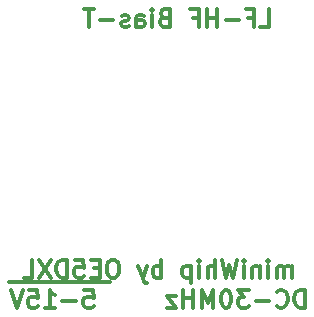
<source format=gbr>
%TF.GenerationSoftware,KiCad,Pcbnew,5.1.7-a382d34a88~89~ubuntu20.04.1*%
%TF.CreationDate,2021-11-17T19:13:42+01:00*%
%TF.ProjectId,miniWhip,6d696e69-5768-4697-902e-6b696361645f,rev?*%
%TF.SameCoordinates,Original*%
%TF.FileFunction,Legend,Bot*%
%TF.FilePolarity,Positive*%
%FSLAX46Y46*%
G04 Gerber Fmt 4.6, Leading zero omitted, Abs format (unit mm)*
G04 Created by KiCad (PCBNEW 5.1.7-a382d34a88~89~ubuntu20.04.1) date 2021-11-17 19:13:42*
%MOMM*%
%LPD*%
G01*
G04 APERTURE LIST*
%ADD10C,0.300000*%
G04 APERTURE END LIST*
D10*
X54942428Y-48002571D02*
X55656714Y-48002571D01*
X55656714Y-46502571D01*
X53942428Y-47216857D02*
X54442428Y-47216857D01*
X54442428Y-48002571D02*
X54442428Y-46502571D01*
X53728142Y-46502571D01*
X53156714Y-47431142D02*
X52013857Y-47431142D01*
X51299571Y-48002571D02*
X51299571Y-46502571D01*
X51299571Y-47216857D02*
X50442428Y-47216857D01*
X50442428Y-48002571D02*
X50442428Y-46502571D01*
X49228142Y-47216857D02*
X49728142Y-47216857D01*
X49728142Y-48002571D02*
X49728142Y-46502571D01*
X49013857Y-46502571D01*
X46799571Y-47216857D02*
X46585285Y-47288285D01*
X46513857Y-47359714D01*
X46442428Y-47502571D01*
X46442428Y-47716857D01*
X46513857Y-47859714D01*
X46585285Y-47931142D01*
X46728142Y-48002571D01*
X47299571Y-48002571D01*
X47299571Y-46502571D01*
X46799571Y-46502571D01*
X46656714Y-46574000D01*
X46585285Y-46645428D01*
X46513857Y-46788285D01*
X46513857Y-46931142D01*
X46585285Y-47074000D01*
X46656714Y-47145428D01*
X46799571Y-47216857D01*
X47299571Y-47216857D01*
X45799571Y-48002571D02*
X45799571Y-47002571D01*
X45799571Y-46502571D02*
X45871000Y-46574000D01*
X45799571Y-46645428D01*
X45728142Y-46574000D01*
X45799571Y-46502571D01*
X45799571Y-46645428D01*
X44442428Y-48002571D02*
X44442428Y-47216857D01*
X44513857Y-47074000D01*
X44656714Y-47002571D01*
X44942428Y-47002571D01*
X45085285Y-47074000D01*
X44442428Y-47931142D02*
X44585285Y-48002571D01*
X44942428Y-48002571D01*
X45085285Y-47931142D01*
X45156714Y-47788285D01*
X45156714Y-47645428D01*
X45085285Y-47502571D01*
X44942428Y-47431142D01*
X44585285Y-47431142D01*
X44442428Y-47359714D01*
X43799571Y-47931142D02*
X43656714Y-48002571D01*
X43371000Y-48002571D01*
X43228142Y-47931142D01*
X43156714Y-47788285D01*
X43156714Y-47716857D01*
X43228142Y-47574000D01*
X43371000Y-47502571D01*
X43585285Y-47502571D01*
X43728142Y-47431142D01*
X43799571Y-47288285D01*
X43799571Y-47216857D01*
X43728142Y-47074000D01*
X43585285Y-47002571D01*
X43371000Y-47002571D01*
X43228142Y-47074000D01*
X42513857Y-47431142D02*
X41371000Y-47431142D01*
X40871000Y-46502571D02*
X40013857Y-46502571D01*
X40442428Y-48002571D02*
X40442428Y-46502571D01*
X57621000Y-69227571D02*
X57621000Y-68227571D01*
X57621000Y-68370428D02*
X57549571Y-68299000D01*
X57406714Y-68227571D01*
X57192428Y-68227571D01*
X57049571Y-68299000D01*
X56978142Y-68441857D01*
X56978142Y-69227571D01*
X56978142Y-68441857D02*
X56906714Y-68299000D01*
X56763857Y-68227571D01*
X56549571Y-68227571D01*
X56406714Y-68299000D01*
X56335285Y-68441857D01*
X56335285Y-69227571D01*
X55621000Y-69227571D02*
X55621000Y-68227571D01*
X55621000Y-67727571D02*
X55692428Y-67799000D01*
X55621000Y-67870428D01*
X55549571Y-67799000D01*
X55621000Y-67727571D01*
X55621000Y-67870428D01*
X54906714Y-68227571D02*
X54906714Y-69227571D01*
X54906714Y-68370428D02*
X54835285Y-68299000D01*
X54692428Y-68227571D01*
X54478142Y-68227571D01*
X54335285Y-68299000D01*
X54263857Y-68441857D01*
X54263857Y-69227571D01*
X53549571Y-69227571D02*
X53549571Y-68227571D01*
X53549571Y-67727571D02*
X53621000Y-67799000D01*
X53549571Y-67870428D01*
X53478142Y-67799000D01*
X53549571Y-67727571D01*
X53549571Y-67870428D01*
X52978142Y-67727571D02*
X52621000Y-69227571D01*
X52335285Y-68156142D01*
X52049571Y-69227571D01*
X51692428Y-67727571D01*
X51121000Y-69227571D02*
X51121000Y-67727571D01*
X50478142Y-69227571D02*
X50478142Y-68441857D01*
X50549571Y-68299000D01*
X50692428Y-68227571D01*
X50906714Y-68227571D01*
X51049571Y-68299000D01*
X51121000Y-68370428D01*
X49763857Y-69227571D02*
X49763857Y-68227571D01*
X49763857Y-67727571D02*
X49835285Y-67799000D01*
X49763857Y-67870428D01*
X49692428Y-67799000D01*
X49763857Y-67727571D01*
X49763857Y-67870428D01*
X49049571Y-68227571D02*
X49049571Y-69727571D01*
X49049571Y-68299000D02*
X48906714Y-68227571D01*
X48621000Y-68227571D01*
X48478142Y-68299000D01*
X48406714Y-68370428D01*
X48335285Y-68513285D01*
X48335285Y-68941857D01*
X48406714Y-69084714D01*
X48478142Y-69156142D01*
X48621000Y-69227571D01*
X48906714Y-69227571D01*
X49049571Y-69156142D01*
X46549571Y-69227571D02*
X46549571Y-67727571D01*
X46549571Y-68299000D02*
X46406714Y-68227571D01*
X46121000Y-68227571D01*
X45978142Y-68299000D01*
X45906714Y-68370428D01*
X45835285Y-68513285D01*
X45835285Y-68941857D01*
X45906714Y-69084714D01*
X45978142Y-69156142D01*
X46121000Y-69227571D01*
X46406714Y-69227571D01*
X46549571Y-69156142D01*
X45335285Y-68227571D02*
X44978142Y-69227571D01*
X44621000Y-68227571D02*
X44978142Y-69227571D01*
X45121000Y-69584714D01*
X45192428Y-69656142D01*
X45335285Y-69727571D01*
X42621000Y-67727571D02*
X42335285Y-67727571D01*
X42192428Y-67799000D01*
X42049571Y-67941857D01*
X41978142Y-68227571D01*
X41978142Y-68727571D01*
X42049571Y-69013285D01*
X42192428Y-69156142D01*
X42335285Y-69227571D01*
X42621000Y-69227571D01*
X42763857Y-69156142D01*
X42906714Y-69013285D01*
X42978142Y-68727571D01*
X42978142Y-68227571D01*
X42906714Y-67941857D01*
X42763857Y-67799000D01*
X42621000Y-67727571D01*
X41335285Y-68441857D02*
X40835285Y-68441857D01*
X40621000Y-69227571D02*
X41335285Y-69227571D01*
X41335285Y-67727571D01*
X40621000Y-67727571D01*
X39263857Y-67727571D02*
X39978142Y-67727571D01*
X40049571Y-68441857D01*
X39978142Y-68370428D01*
X39835285Y-68299000D01*
X39478142Y-68299000D01*
X39335285Y-68370428D01*
X39263857Y-68441857D01*
X39192428Y-68584714D01*
X39192428Y-68941857D01*
X39263857Y-69084714D01*
X39335285Y-69156142D01*
X39478142Y-69227571D01*
X39835285Y-69227571D01*
X39978142Y-69156142D01*
X40049571Y-69084714D01*
X38549571Y-69227571D02*
X38549571Y-67727571D01*
X38192428Y-67727571D01*
X37978142Y-67799000D01*
X37835285Y-67941857D01*
X37763857Y-68084714D01*
X37692428Y-68370428D01*
X37692428Y-68584714D01*
X37763857Y-68870428D01*
X37835285Y-69013285D01*
X37978142Y-69156142D01*
X38192428Y-69227571D01*
X38549571Y-69227571D01*
X37192428Y-67727571D02*
X36192428Y-69227571D01*
X36192428Y-67727571D02*
X37192428Y-69227571D01*
X34906714Y-69227571D02*
X35621000Y-69227571D01*
X35621000Y-67727571D01*
X58692428Y-71777571D02*
X58692428Y-70277571D01*
X58335285Y-70277571D01*
X58121000Y-70349000D01*
X57978142Y-70491857D01*
X57906714Y-70634714D01*
X57835285Y-70920428D01*
X57835285Y-71134714D01*
X57906714Y-71420428D01*
X57978142Y-71563285D01*
X58121000Y-71706142D01*
X58335285Y-71777571D01*
X58692428Y-71777571D01*
X56335285Y-71634714D02*
X56406714Y-71706142D01*
X56621000Y-71777571D01*
X56763857Y-71777571D01*
X56978142Y-71706142D01*
X57121000Y-71563285D01*
X57192428Y-71420428D01*
X57263857Y-71134714D01*
X57263857Y-70920428D01*
X57192428Y-70634714D01*
X57121000Y-70491857D01*
X56978142Y-70349000D01*
X56763857Y-70277571D01*
X56621000Y-70277571D01*
X56406714Y-70349000D01*
X56335285Y-70420428D01*
X55692428Y-71206142D02*
X54549571Y-71206142D01*
X53978142Y-70277571D02*
X53049571Y-70277571D01*
X53549571Y-70849000D01*
X53335285Y-70849000D01*
X53192428Y-70920428D01*
X53121000Y-70991857D01*
X53049571Y-71134714D01*
X53049571Y-71491857D01*
X53121000Y-71634714D01*
X53192428Y-71706142D01*
X53335285Y-71777571D01*
X53763857Y-71777571D01*
X53906714Y-71706142D01*
X53978142Y-71634714D01*
X52121000Y-70277571D02*
X51978142Y-70277571D01*
X51835285Y-70349000D01*
X51763857Y-70420428D01*
X51692428Y-70563285D01*
X51621000Y-70849000D01*
X51621000Y-71206142D01*
X51692428Y-71491857D01*
X51763857Y-71634714D01*
X51835285Y-71706142D01*
X51978142Y-71777571D01*
X52121000Y-71777571D01*
X52263857Y-71706142D01*
X52335285Y-71634714D01*
X52406714Y-71491857D01*
X52478142Y-71206142D01*
X52478142Y-70849000D01*
X52406714Y-70563285D01*
X52335285Y-70420428D01*
X52263857Y-70349000D01*
X52121000Y-70277571D01*
X50978142Y-71777571D02*
X50978142Y-70277571D01*
X50478142Y-71349000D01*
X49978142Y-70277571D01*
X49978142Y-71777571D01*
X49263857Y-71777571D02*
X49263857Y-70277571D01*
X49263857Y-70991857D02*
X48406714Y-70991857D01*
X48406714Y-71777571D02*
X48406714Y-70277571D01*
X47835285Y-70777571D02*
X47049571Y-70777571D01*
X47835285Y-71777571D01*
X47049571Y-71777571D01*
X42263857Y-69629000D02*
X41121000Y-69629000D01*
X41121000Y-69629000D02*
X39692428Y-69629000D01*
X40049571Y-70277571D02*
X40763857Y-70277571D01*
X40835285Y-70991857D01*
X40763857Y-70920428D01*
X40621000Y-70849000D01*
X40263857Y-70849000D01*
X40121000Y-70920428D01*
X40049571Y-70991857D01*
X39978142Y-71134714D01*
X39978142Y-71491857D01*
X40049571Y-71634714D01*
X40121000Y-71706142D01*
X40263857Y-71777571D01*
X40621000Y-71777571D01*
X40763857Y-71706142D01*
X40835285Y-71634714D01*
X39692428Y-69629000D02*
X37835285Y-69629000D01*
X39335285Y-71206142D02*
X38192428Y-71206142D01*
X37835285Y-69629000D02*
X36406714Y-69629000D01*
X36692428Y-71777571D02*
X37549571Y-71777571D01*
X37121000Y-71777571D02*
X37121000Y-70277571D01*
X37263857Y-70491857D01*
X37406714Y-70634714D01*
X37549571Y-70706142D01*
X36406714Y-69629000D02*
X34978142Y-69629000D01*
X35335285Y-70277571D02*
X36049571Y-70277571D01*
X36121000Y-70991857D01*
X36049571Y-70920428D01*
X35906714Y-70849000D01*
X35549571Y-70849000D01*
X35406714Y-70920428D01*
X35335285Y-70991857D01*
X35263857Y-71134714D01*
X35263857Y-71491857D01*
X35335285Y-71634714D01*
X35406714Y-71706142D01*
X35549571Y-71777571D01*
X35906714Y-71777571D01*
X36049571Y-71706142D01*
X36121000Y-71634714D01*
X34978142Y-69629000D02*
X33692428Y-69629000D01*
X34835285Y-70277571D02*
X34335285Y-71777571D01*
X33835285Y-70277571D01*
M02*

</source>
